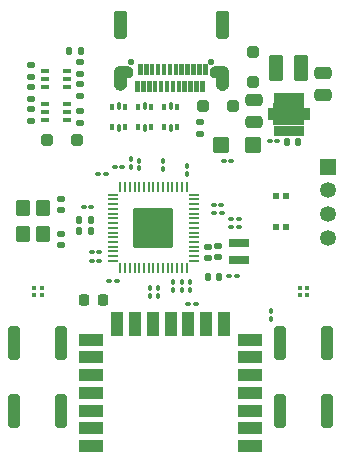
<source format=gbr>
%TF.GenerationSoftware,KiCad,Pcbnew,9.0.6-rc2*%
%TF.CreationDate,2026-01-29T22:58:21-08:00*%
%TF.ProjectId,hoja-dongle,686f6a61-2d64-46f6-9e67-6c652e6b6963,rev?*%
%TF.SameCoordinates,Original*%
%TF.FileFunction,Soldermask,Top*%
%TF.FilePolarity,Negative*%
%FSLAX46Y46*%
G04 Gerber Fmt 4.6, Leading zero omitted, Abs format (unit mm)*
G04 Created by KiCad (PCBNEW 9.0.6-rc2) date 2026-01-29 22:58:21*
%MOMM*%
%LPD*%
G01*
G04 APERTURE LIST*
G04 Aperture macros list*
%AMRoundRect*
0 Rectangle with rounded corners*
0 $1 Rounding radius*
0 $2 $3 $4 $5 $6 $7 $8 $9 X,Y pos of 4 corners*
0 Add a 4 corners polygon primitive as box body*
4,1,4,$2,$3,$4,$5,$6,$7,$8,$9,$2,$3,0*
0 Add four circle primitives for the rounded corners*
1,1,$1+$1,$2,$3*
1,1,$1+$1,$4,$5*
1,1,$1+$1,$6,$7*
1,1,$1+$1,$8,$9*
0 Add four rect primitives between the rounded corners*
20,1,$1+$1,$2,$3,$4,$5,0*
20,1,$1+$1,$4,$5,$6,$7,0*
20,1,$1+$1,$6,$7,$8,$9,0*
20,1,$1+$1,$8,$9,$2,$3,0*%
%AMFreePoly0*
4,1,18,-0.437500,0.050000,-0.433694,0.069134,-0.422855,0.085355,-0.406634,0.096194,-0.387500,0.100000,0.387500,0.100000,0.437500,0.050000,0.437500,-0.050000,0.433694,-0.069134,0.422855,-0.085355,0.406634,-0.096194,0.387500,-0.100000,-0.387500,-0.100000,-0.406634,-0.096194,-0.422855,-0.085355,-0.433694,-0.069134,-0.437500,-0.050000,-0.437500,0.050000,-0.437500,0.050000,$1*%
%AMFreePoly1*
4,1,18,-0.437500,0.050000,-0.433694,0.069134,-0.422855,0.085355,-0.406634,0.096194,-0.387500,0.100000,0.387500,0.100000,0.406634,0.096194,0.422855,0.085355,0.433694,0.069134,0.437500,0.050000,0.437500,-0.050000,0.387500,-0.100000,-0.387500,-0.100000,-0.406634,-0.096194,-0.422855,-0.085355,-0.433694,-0.069134,-0.437500,-0.050000,-0.437500,0.050000,-0.437500,0.050000,$1*%
%AMFreePoly2*
4,1,18,-0.100000,0.387500,-0.050000,0.437500,0.050000,0.437500,0.069134,0.433694,0.085355,0.422855,0.096194,0.406634,0.100000,0.387500,0.100000,-0.387500,0.096194,-0.406634,0.085355,-0.422855,0.069134,-0.433694,0.050000,-0.437500,-0.050000,-0.437500,-0.069134,-0.433694,-0.085355,-0.422855,-0.096194,-0.406634,-0.100000,-0.387500,-0.100000,0.387500,-0.100000,0.387500,$1*%
%AMFreePoly3*
4,1,18,-0.100000,0.387500,-0.096194,0.406634,-0.085355,0.422855,-0.069134,0.433694,-0.050000,0.437500,0.050000,0.437500,0.100000,0.387500,0.100000,-0.387500,0.096194,-0.406634,0.085355,-0.422855,0.069134,-0.433694,0.050000,-0.437500,-0.050000,-0.437500,-0.069134,-0.433694,-0.085355,-0.422855,-0.096194,-0.406634,-0.100000,-0.387500,-0.100000,0.387500,-0.100000,0.387500,$1*%
%AMFreePoly4*
4,1,18,-0.437500,0.050000,-0.433694,0.069134,-0.422855,0.085355,-0.406634,0.096194,-0.387500,0.100000,0.387500,0.100000,0.406634,0.096194,0.422855,0.085355,0.433694,0.069134,0.437500,0.050000,0.437500,-0.050000,0.433694,-0.069134,0.422855,-0.085355,0.406634,-0.096194,0.387500,-0.100000,-0.387500,-0.100000,-0.437500,-0.050000,-0.437500,0.050000,-0.437500,0.050000,$1*%
%AMFreePoly5*
4,1,18,-0.437500,0.050000,-0.387500,0.100000,0.387500,0.100000,0.406634,0.096194,0.422855,0.085355,0.433694,0.069134,0.437500,0.050000,0.437500,-0.050000,0.433694,-0.069134,0.422855,-0.085355,0.406634,-0.096194,0.387500,-0.100000,-0.387500,-0.100000,-0.406634,-0.096194,-0.422855,-0.085355,-0.433694,-0.069134,-0.437500,-0.050000,-0.437500,0.050000,-0.437500,0.050000,$1*%
%AMFreePoly6*
4,1,18,-0.100000,0.387500,-0.096194,0.406634,-0.085355,0.422855,-0.069134,0.433694,-0.050000,0.437500,0.050000,0.437500,0.069134,0.433694,0.085355,0.422855,0.096194,0.406634,0.100000,0.387500,0.100000,-0.387500,0.050000,-0.437500,-0.050000,-0.437500,-0.069134,-0.433694,-0.085355,-0.422855,-0.096194,-0.406634,-0.100000,-0.387500,-0.100000,0.387500,-0.100000,0.387500,$1*%
%AMFreePoly7*
4,1,18,-0.100000,0.387500,-0.096194,0.406634,-0.085355,0.422855,-0.069134,0.433694,-0.050000,0.437500,0.050000,0.437500,0.069134,0.433694,0.085355,0.422855,0.096194,0.406634,0.100000,0.387500,0.100000,-0.387500,0.096194,-0.406634,0.085355,-0.422855,0.069134,-0.433694,0.050000,-0.437500,-0.050000,-0.437500,-0.100000,-0.387500,-0.100000,0.387500,-0.100000,0.387500,$1*%
G04 Aperture macros list end*
%ADD10C,0.010000*%
%ADD11RoundRect,0.100000X0.130000X0.100000X-0.130000X0.100000X-0.130000X-0.100000X0.130000X-0.100000X0*%
%ADD12RoundRect,0.100000X0.100000X-0.130000X0.100000X0.130000X-0.100000X0.130000X-0.100000X-0.130000X0*%
%ADD13R,2.000000X1.000000*%
%ADD14R,1.000000X2.000000*%
%ADD15RoundRect,0.100000X-0.130000X-0.100000X0.130000X-0.100000X0.130000X0.100000X-0.130000X0.100000X0*%
%ADD16RoundRect,0.093750X-0.093750X0.156250X-0.093750X-0.156250X0.093750X-0.156250X0.093750X0.156250X0*%
%ADD17RoundRect,0.075000X-0.075000X0.250000X-0.075000X-0.250000X0.075000X-0.250000X0.075000X0.250000X0*%
%ADD18RoundRect,0.140000X0.140000X0.170000X-0.140000X0.170000X-0.140000X-0.170000X0.140000X-0.170000X0*%
%ADD19RoundRect,0.250000X0.250000X0.250000X-0.250000X0.250000X-0.250000X-0.250000X0.250000X-0.250000X0*%
%ADD20RoundRect,0.140000X-0.170000X0.140000X-0.170000X-0.140000X0.170000X-0.140000X0.170000X0.140000X0*%
%ADD21RoundRect,0.250000X-0.350000X0.450000X-0.350000X-0.450000X0.350000X-0.450000X0.350000X0.450000X0*%
%ADD22RoundRect,0.135000X-0.185000X0.135000X-0.185000X-0.135000X0.185000X-0.135000X0.185000X0.135000X0*%
%ADD23RoundRect,0.135000X-0.135000X-0.185000X0.135000X-0.185000X0.135000X0.185000X-0.135000X0.185000X0*%
%ADD24RoundRect,0.100000X-0.100000X0.130000X-0.100000X-0.130000X0.100000X-0.130000X0.100000X0.130000X0*%
%ADD25RoundRect,0.135000X0.185000X-0.135000X0.185000X0.135000X-0.185000X0.135000X-0.185000X-0.135000X0*%
%ADD26R,1.700000X0.700000*%
%ADD27RoundRect,0.250000X-0.457500X-0.445000X0.457500X-0.445000X0.457500X0.445000X-0.457500X0.445000X0*%
%ADD28R,0.370000X0.370000*%
%ADD29R,1.350000X1.350000*%
%ADD30C,1.350000*%
%ADD31RoundRect,0.250000X0.475000X-0.250000X0.475000X0.250000X-0.475000X0.250000X-0.475000X-0.250000X0*%
%ADD32FreePoly0,270.000000*%
%ADD33RoundRect,0.050000X-0.050000X0.387500X-0.050000X-0.387500X0.050000X-0.387500X0.050000X0.387500X0*%
%ADD34FreePoly1,270.000000*%
%ADD35FreePoly2,270.000000*%
%ADD36RoundRect,0.050000X-0.387500X0.050000X-0.387500X-0.050000X0.387500X-0.050000X0.387500X0.050000X0*%
%ADD37FreePoly3,270.000000*%
%ADD38FreePoly4,270.000000*%
%ADD39FreePoly5,270.000000*%
%ADD40FreePoly6,270.000000*%
%ADD41FreePoly7,270.000000*%
%ADD42RoundRect,0.153000X-1.547000X-1.547000X1.547000X-1.547000X1.547000X1.547000X-1.547000X1.547000X0*%
%ADD43RoundRect,0.135000X0.135000X0.185000X-0.135000X0.185000X-0.135000X-0.185000X0.135000X-0.185000X0*%
%ADD44RoundRect,0.100000X-0.225000X-0.100000X0.225000X-0.100000X0.225000X0.100000X-0.225000X0.100000X0*%
%ADD45RoundRect,0.250000X0.250000X-0.250000X0.250000X0.250000X-0.250000X0.250000X-0.250000X-0.250000X0*%
%ADD46RoundRect,0.250000X-0.375000X-0.850000X0.375000X-0.850000X0.375000X0.850000X-0.375000X0.850000X0*%
%ADD47RoundRect,0.150000X0.350000X-1.250000X0.350000X1.250000X-0.350000X1.250000X-0.350000X-1.250000X0*%
%ADD48RoundRect,0.150000X-0.350000X1.250000X-0.350000X-1.250000X0.350000X-1.250000X0.350000X1.250000X0*%
%ADD49C,0.550000*%
%ADD50RoundRect,0.218750X-0.218750X-0.256250X0.218750X-0.256250X0.218750X0.256250X-0.218750X0.256250X0*%
%ADD51RoundRect,0.140000X0.170000X-0.140000X0.170000X0.140000X-0.170000X0.140000X-0.170000X-0.140000X0*%
%ADD52R,0.500000X0.550000*%
%ADD53RoundRect,0.093750X0.093750X-0.156250X0.093750X0.156250X-0.093750X0.156250X-0.093750X-0.156250X0*%
%ADD54RoundRect,0.075000X0.075000X-0.250000X0.075000X0.250000X-0.075000X0.250000X-0.075000X-0.250000X0*%
G04 APERTURE END LIST*
D10*
%TO.C,J2*%
X112200000Y-33770000D02*
X111900000Y-33770000D01*
X111900000Y-32920000D01*
X112200000Y-32920000D01*
X112200000Y-33770000D01*
G36*
X112200000Y-33770000D02*
G01*
X111900000Y-33770000D01*
X111900000Y-32920000D01*
X112200000Y-32920000D01*
X112200000Y-33770000D01*
G37*
X112450000Y-32370000D02*
X112150000Y-32370000D01*
X112150000Y-31520000D01*
X112450000Y-31520000D01*
X112450000Y-32370000D01*
G36*
X112450000Y-32370000D02*
G01*
X112150000Y-32370000D01*
X112150000Y-31520000D01*
X112450000Y-31520000D01*
X112450000Y-32370000D01*
G37*
X112699999Y-33770000D02*
X112400000Y-33770000D01*
X112400000Y-32920000D01*
X112700000Y-32920000D01*
X112699999Y-33770000D01*
G36*
X112699999Y-33770000D02*
G01*
X112400000Y-33770000D01*
X112400000Y-32920000D01*
X112700000Y-32920000D01*
X112699999Y-33770000D01*
G37*
X112950001Y-32370000D02*
X112650001Y-32370000D01*
X112650000Y-31520000D01*
X112950000Y-31520000D01*
X112950001Y-32370000D01*
G36*
X112950001Y-32370000D02*
G01*
X112650001Y-32370000D01*
X112650000Y-31520000D01*
X112950000Y-31520000D01*
X112950001Y-32370000D01*
G37*
X113200000Y-33770000D02*
X112900000Y-33770000D01*
X112900000Y-32920000D01*
X113200000Y-32920000D01*
X113200000Y-33770000D01*
G36*
X113200000Y-33770000D02*
G01*
X112900000Y-33770000D01*
X112900000Y-32920000D01*
X113200000Y-32920000D01*
X113200000Y-33770000D01*
G37*
X113450000Y-32370000D02*
X113150000Y-32370000D01*
X113150000Y-31520000D01*
X113450000Y-31520000D01*
X113450000Y-32370000D01*
G36*
X113450000Y-32370000D02*
G01*
X113150000Y-32370000D01*
X113150000Y-31520000D01*
X113450000Y-31520000D01*
X113450000Y-32370000D01*
G37*
X113700000Y-33770000D02*
X113400000Y-33770000D01*
X113400000Y-32920000D01*
X113700000Y-32920000D01*
X113700000Y-33770000D01*
G36*
X113700000Y-33770000D02*
G01*
X113400000Y-33770000D01*
X113400000Y-32920000D01*
X113700000Y-32920000D01*
X113700000Y-33770000D01*
G37*
X113949999Y-32370000D02*
X113650000Y-32370000D01*
X113650000Y-31520000D01*
X113950000Y-31520000D01*
X113949999Y-32370000D01*
G36*
X113949999Y-32370000D02*
G01*
X113650000Y-32370000D01*
X113650000Y-31520000D01*
X113950000Y-31520000D01*
X113949999Y-32370000D01*
G37*
X114200001Y-33770000D02*
X113900000Y-33769999D01*
X113900000Y-32920000D01*
X114200000Y-32920000D01*
X114200001Y-33770000D01*
G36*
X114200001Y-33770000D02*
G01*
X113900000Y-33769999D01*
X113900000Y-32920000D01*
X114200000Y-32920000D01*
X114200001Y-33770000D01*
G37*
X114450000Y-32370000D02*
X114150000Y-32370000D01*
X114150000Y-31520000D01*
X114450000Y-31520000D01*
X114450000Y-32370000D01*
G36*
X114450000Y-32370000D02*
G01*
X114150000Y-32370000D01*
X114150000Y-31520000D01*
X114450000Y-31520000D01*
X114450000Y-32370000D01*
G37*
X114700000Y-33770000D02*
X114400000Y-33770000D01*
X114400000Y-32920000D01*
X114700000Y-32920000D01*
X114700000Y-33770000D01*
G36*
X114700000Y-33770000D02*
G01*
X114400000Y-33770000D01*
X114400000Y-32920000D01*
X114700000Y-32920000D01*
X114700000Y-33770000D01*
G37*
X114950000Y-32370000D02*
X114650000Y-32370000D01*
X114650000Y-31520000D01*
X114950000Y-31520000D01*
X114950000Y-32370000D01*
G36*
X114950000Y-32370000D02*
G01*
X114650000Y-32370000D01*
X114650000Y-31520000D01*
X114950000Y-31520000D01*
X114950000Y-32370000D01*
G37*
X115200000Y-33770000D02*
X114900000Y-33770000D01*
X114900000Y-32920000D01*
X115200000Y-32920000D01*
X115200000Y-33770000D01*
G36*
X115200000Y-33770000D02*
G01*
X114900000Y-33770000D01*
X114900000Y-32920000D01*
X115200000Y-32920000D01*
X115200000Y-33770000D01*
G37*
X115450000Y-32369999D02*
X115150000Y-32369999D01*
X115150000Y-31520000D01*
X115450000Y-31520000D01*
X115450000Y-32369999D01*
G36*
X115450000Y-32369999D02*
G01*
X115150000Y-32369999D01*
X115150000Y-31520000D01*
X115450000Y-31520000D01*
X115450000Y-32369999D01*
G37*
X115700000Y-33770000D02*
X115400000Y-33770000D01*
X115400000Y-32920000D01*
X115700000Y-32920000D01*
X115700000Y-33770000D01*
G36*
X115700000Y-33770000D02*
G01*
X115400000Y-33770000D01*
X115400000Y-32920000D01*
X115700000Y-32920000D01*
X115700000Y-33770000D01*
G37*
X115950000Y-32370000D02*
X115650000Y-32370000D01*
X115650000Y-31520000D01*
X115950000Y-31520000D01*
X115950000Y-32370000D01*
G36*
X115950000Y-32370000D02*
G01*
X115650000Y-32370000D01*
X115650000Y-31520000D01*
X115950000Y-31520000D01*
X115950000Y-32370000D01*
G37*
X116200000Y-33770000D02*
X115900000Y-33770000D01*
X115900000Y-32920000D01*
X116200000Y-32920000D01*
X116200000Y-33770000D01*
G36*
X116200000Y-33770000D02*
G01*
X115900000Y-33770000D01*
X115900000Y-32920000D01*
X116200000Y-32920000D01*
X116200000Y-33770000D01*
G37*
X116450000Y-32370000D02*
X116150000Y-32370000D01*
X116150000Y-31520000D01*
X116450000Y-31520000D01*
X116450000Y-32370000D01*
G36*
X116450000Y-32370000D02*
G01*
X116150000Y-32370000D01*
X116150000Y-31520000D01*
X116450000Y-31520000D01*
X116450000Y-32370000D01*
G37*
X116700000Y-33769999D02*
X116400000Y-33769999D01*
X116400000Y-32920000D01*
X116700000Y-32920000D01*
X116700000Y-33769999D01*
G36*
X116700000Y-33769999D02*
G01*
X116400000Y-33769999D01*
X116400000Y-32920000D01*
X116700000Y-32920000D01*
X116700000Y-33769999D01*
G37*
X116950000Y-32370000D02*
X116650000Y-32370000D01*
X116650000Y-31520000D01*
X116950000Y-31520000D01*
X116950000Y-32370000D01*
G36*
X116950000Y-32370000D02*
G01*
X116650000Y-32370000D01*
X116650000Y-31520000D01*
X116950000Y-31520000D01*
X116950000Y-32370000D01*
G37*
X117200000Y-33770000D02*
X116900000Y-33770000D01*
X116900000Y-32920000D01*
X117200000Y-32920000D01*
X117200000Y-33770000D01*
G36*
X117200000Y-33770000D02*
G01*
X116900000Y-33770000D01*
X116900000Y-32920000D01*
X117200000Y-32920000D01*
X117200000Y-33770000D01*
G37*
X117450000Y-32370000D02*
X117150000Y-32370000D01*
X117150000Y-31520000D01*
X117450000Y-31520000D01*
X117450000Y-32370000D01*
G36*
X117450000Y-32370000D02*
G01*
X117150000Y-32370000D01*
X117150000Y-31520000D01*
X117450000Y-31520000D01*
X117450000Y-32370000D01*
G37*
X117700000Y-33770000D02*
X117400000Y-33770000D01*
X117400000Y-32920000D01*
X117700000Y-32920000D01*
X117700000Y-33770000D01*
G36*
X117700000Y-33770000D02*
G01*
X117400000Y-33770000D01*
X117400000Y-32920000D01*
X117700000Y-32920000D01*
X117700000Y-33770000D01*
G37*
X117950000Y-32369999D02*
X117649999Y-32370000D01*
X117650000Y-31520000D01*
X117950000Y-31520000D01*
X117950000Y-32369999D01*
G36*
X117950000Y-32369999D02*
G01*
X117649999Y-32370000D01*
X117650000Y-31520000D01*
X117950000Y-31520000D01*
X117950000Y-32369999D01*
G37*
X110886000Y-26971000D02*
X110899000Y-26973000D01*
X110912000Y-26975000D01*
X110925000Y-26979000D01*
X110937000Y-26982000D01*
X110950000Y-26987000D01*
X110962000Y-26992000D01*
X110973000Y-26997000D01*
X110985000Y-27003000D01*
X110996000Y-27010001D01*
X111007001Y-27018000D01*
X111017000Y-27026000D01*
X111027000Y-27034000D01*
X111037000Y-27043000D01*
X111046000Y-27053000D01*
X111054000Y-27063000D01*
X111062000Y-27073000D01*
X111070000Y-27084000D01*
X111077000Y-27095000D01*
X111083000Y-27107000D01*
X111088000Y-27118000D01*
X111093000Y-27130000D01*
X111098000Y-27143000D01*
X111101000Y-27155000D01*
X111105000Y-27168000D01*
X111107000Y-27181000D01*
X111109000Y-27194000D01*
X111110000Y-27207000D01*
X111110000Y-27220000D01*
X111110000Y-29020000D01*
X111110000Y-29033001D01*
X111109000Y-29046000D01*
X111107000Y-29059000D01*
X111105000Y-29072000D01*
X111101000Y-29085000D01*
X111098000Y-29097000D01*
X111093000Y-29110000D01*
X111088000Y-29122000D01*
X111083000Y-29133000D01*
X111077000Y-29145000D01*
X111070000Y-29156000D01*
X111062000Y-29167000D01*
X111054000Y-29177000D01*
X111046000Y-29187000D01*
X111037000Y-29197000D01*
X111027000Y-29206000D01*
X111017000Y-29214000D01*
X111007000Y-29222000D01*
X110996000Y-29230000D01*
X110985000Y-29237000D01*
X110973000Y-29243001D01*
X110962000Y-29248000D01*
X110950000Y-29253000D01*
X110937000Y-29258000D01*
X110925000Y-29261000D01*
X110912000Y-29264999D01*
X110899000Y-29267000D01*
X110886000Y-29269000D01*
X110873000Y-29270000D01*
X110859999Y-29270000D01*
X110360000Y-29270000D01*
X110347001Y-29270000D01*
X110334000Y-29269000D01*
X110321000Y-29267000D01*
X110308000Y-29265000D01*
X110295000Y-29261000D01*
X110283000Y-29258000D01*
X110270000Y-29253001D01*
X110258001Y-29248000D01*
X110247000Y-29243000D01*
X110235000Y-29237000D01*
X110224000Y-29230000D01*
X110213000Y-29222000D01*
X110203000Y-29214000D01*
X110193000Y-29206000D01*
X110183000Y-29197000D01*
X110174000Y-29187000D01*
X110166000Y-29177000D01*
X110157999Y-29167000D01*
X110150000Y-29156000D01*
X110143000Y-29145000D01*
X110137000Y-29133000D01*
X110132000Y-29122000D01*
X110127000Y-29110000D01*
X110122000Y-29097000D01*
X110119000Y-29085000D01*
X110115000Y-29072000D01*
X110113000Y-29059000D01*
X110110999Y-29046000D01*
X110110000Y-29033000D01*
X110110000Y-29020000D01*
X110110000Y-27220000D01*
X110110000Y-27207000D01*
X110111000Y-27194000D01*
X110113001Y-27181000D01*
X110115000Y-27168000D01*
X110119000Y-27155000D01*
X110122000Y-27143000D01*
X110127001Y-27130000D01*
X110132000Y-27118000D01*
X110137000Y-27107000D01*
X110143000Y-27095000D01*
X110150000Y-27084000D01*
X110158000Y-27073000D01*
X110166000Y-27063000D01*
X110174000Y-27053000D01*
X110183000Y-27043000D01*
X110193000Y-27034000D01*
X110203000Y-27026000D01*
X110213000Y-27018000D01*
X110224000Y-27010000D01*
X110235000Y-27003000D01*
X110247000Y-26997000D01*
X110258000Y-26992000D01*
X110270000Y-26987000D01*
X110283000Y-26982000D01*
X110295000Y-26979000D01*
X110308000Y-26974999D01*
X110321000Y-26973000D01*
X110334000Y-26971000D01*
X110347000Y-26970000D01*
X110360000Y-26970000D01*
X110860000Y-26970000D01*
X110873000Y-26970000D01*
X110886000Y-26971000D01*
G36*
X110886000Y-26971000D02*
G01*
X110899000Y-26973000D01*
X110912000Y-26975000D01*
X110925000Y-26979000D01*
X110937000Y-26982000D01*
X110950000Y-26987000D01*
X110962000Y-26992000D01*
X110973000Y-26997000D01*
X110985000Y-27003000D01*
X110996000Y-27010001D01*
X111007001Y-27018000D01*
X111017000Y-27026000D01*
X111027000Y-27034000D01*
X111037000Y-27043000D01*
X111046000Y-27053000D01*
X111054000Y-27063000D01*
X111062000Y-27073000D01*
X111070000Y-27084000D01*
X111077000Y-27095000D01*
X111083000Y-27107000D01*
X111088000Y-27118000D01*
X111093000Y-27130000D01*
X111098000Y-27143000D01*
X111101000Y-27155000D01*
X111105000Y-27168000D01*
X111107000Y-27181000D01*
X111109000Y-27194000D01*
X111110000Y-27207000D01*
X111110000Y-27220000D01*
X111110000Y-29020000D01*
X111110000Y-29033001D01*
X111109000Y-29046000D01*
X111107000Y-29059000D01*
X111105000Y-29072000D01*
X111101000Y-29085000D01*
X111098000Y-29097000D01*
X111093000Y-29110000D01*
X111088000Y-29122000D01*
X111083000Y-29133000D01*
X111077000Y-29145000D01*
X111070000Y-29156000D01*
X111062000Y-29167000D01*
X111054000Y-29177000D01*
X111046000Y-29187000D01*
X111037000Y-29197000D01*
X111027000Y-29206000D01*
X111017000Y-29214000D01*
X111007000Y-29222000D01*
X110996000Y-29230000D01*
X110985000Y-29237000D01*
X110973000Y-29243001D01*
X110962000Y-29248000D01*
X110950000Y-29253000D01*
X110937000Y-29258000D01*
X110925000Y-29261000D01*
X110912000Y-29264999D01*
X110899000Y-29267000D01*
X110886000Y-29269000D01*
X110873000Y-29270000D01*
X110859999Y-29270000D01*
X110360000Y-29270000D01*
X110347001Y-29270000D01*
X110334000Y-29269000D01*
X110321000Y-29267000D01*
X110308000Y-29265000D01*
X110295000Y-29261000D01*
X110283000Y-29258000D01*
X110270000Y-29253001D01*
X110258001Y-29248000D01*
X110247000Y-29243000D01*
X110235000Y-29237000D01*
X110224000Y-29230000D01*
X110213000Y-29222000D01*
X110203000Y-29214000D01*
X110193000Y-29206000D01*
X110183000Y-29197000D01*
X110174000Y-29187000D01*
X110166000Y-29177000D01*
X110157999Y-29167000D01*
X110150000Y-29156000D01*
X110143000Y-29145000D01*
X110137000Y-29133000D01*
X110132000Y-29122000D01*
X110127000Y-29110000D01*
X110122000Y-29097000D01*
X110119000Y-29085000D01*
X110115000Y-29072000D01*
X110113000Y-29059000D01*
X110110999Y-29046000D01*
X110110000Y-29033000D01*
X110110000Y-29020000D01*
X110110000Y-27220000D01*
X110110000Y-27207000D01*
X110111000Y-27194000D01*
X110113001Y-27181000D01*
X110115000Y-27168000D01*
X110119000Y-27155000D01*
X110122000Y-27143000D01*
X110127001Y-27130000D01*
X110132000Y-27118000D01*
X110137000Y-27107000D01*
X110143000Y-27095000D01*
X110150000Y-27084000D01*
X110158000Y-27073000D01*
X110166000Y-27063000D01*
X110174000Y-27053000D01*
X110183000Y-27043000D01*
X110193000Y-27034000D01*
X110203000Y-27026000D01*
X110213000Y-27018000D01*
X110224000Y-27010000D01*
X110235000Y-27003000D01*
X110247000Y-26997000D01*
X110258000Y-26992000D01*
X110270000Y-26987000D01*
X110283000Y-26982000D01*
X110295000Y-26979000D01*
X110308000Y-26974999D01*
X110321000Y-26973000D01*
X110334000Y-26971000D01*
X110347000Y-26970000D01*
X110360000Y-26970000D01*
X110860000Y-26970000D01*
X110873000Y-26970000D01*
X110886000Y-26971000D01*
G37*
X119526000Y-26971000D02*
X119539000Y-26973000D01*
X119552000Y-26974999D01*
X119565000Y-26979000D01*
X119577000Y-26982000D01*
X119590000Y-26987000D01*
X119602000Y-26992000D01*
X119613000Y-26997000D01*
X119625000Y-27003000D01*
X119636000Y-27010000D01*
X119647000Y-27018000D01*
X119657000Y-27026000D01*
X119667000Y-27034000D01*
X119677000Y-27043000D01*
X119686000Y-27053000D01*
X119694000Y-27063000D01*
X119702000Y-27073000D01*
X119710000Y-27084000D01*
X119717000Y-27095000D01*
X119723000Y-27107000D01*
X119728000Y-27118000D01*
X119732999Y-27130000D01*
X119738000Y-27143000D01*
X119741000Y-27155000D01*
X119745000Y-27168000D01*
X119746999Y-27181000D01*
X119749000Y-27194000D01*
X119750000Y-27207000D01*
X119750000Y-27220000D01*
X119750000Y-29020000D01*
X119750000Y-29033000D01*
X119749001Y-29046000D01*
X119747000Y-29059000D01*
X119745000Y-29072000D01*
X119741000Y-29085000D01*
X119738000Y-29097000D01*
X119733000Y-29110000D01*
X119728000Y-29122000D01*
X119723000Y-29133000D01*
X119717000Y-29145000D01*
X119710000Y-29156000D01*
X119702001Y-29167000D01*
X119694000Y-29177000D01*
X119686000Y-29187000D01*
X119677000Y-29197000D01*
X119667000Y-29206000D01*
X119657000Y-29214000D01*
X119647000Y-29222000D01*
X119636000Y-29230000D01*
X119625000Y-29237000D01*
X119613000Y-29243000D01*
X119601999Y-29248000D01*
X119590000Y-29253001D01*
X119577000Y-29258000D01*
X119565000Y-29261000D01*
X119552000Y-29265000D01*
X119539000Y-29267000D01*
X119526000Y-29269000D01*
X119512999Y-29270000D01*
X119500000Y-29270000D01*
X119000001Y-29270000D01*
X118987000Y-29270000D01*
X118974000Y-29269000D01*
X118961000Y-29267000D01*
X118948000Y-29264999D01*
X118935000Y-29261000D01*
X118923000Y-29258000D01*
X118910000Y-29253000D01*
X118898000Y-29248000D01*
X118887000Y-29243001D01*
X118875000Y-29237000D01*
X118864000Y-29230000D01*
X118853000Y-29222000D01*
X118843000Y-29214000D01*
X118833000Y-29206000D01*
X118823000Y-29197000D01*
X118814000Y-29187000D01*
X118806000Y-29177000D01*
X118798000Y-29167000D01*
X118790000Y-29156000D01*
X118783000Y-29145000D01*
X118777000Y-29133000D01*
X118772000Y-29122000D01*
X118767000Y-29110000D01*
X118762000Y-29097000D01*
X118759000Y-29085000D01*
X118755000Y-29072000D01*
X118753000Y-29059000D01*
X118751000Y-29046000D01*
X118750000Y-29033001D01*
X118750000Y-29020000D01*
X118750000Y-27220000D01*
X118750000Y-27207000D01*
X118751000Y-27194000D01*
X118753000Y-27181000D01*
X118755000Y-27168000D01*
X118759000Y-27155000D01*
X118762000Y-27143000D01*
X118767000Y-27130000D01*
X118772000Y-27118000D01*
X118777000Y-27107000D01*
X118783000Y-27095000D01*
X118790000Y-27084000D01*
X118798000Y-27073000D01*
X118806000Y-27063000D01*
X118814000Y-27053000D01*
X118823000Y-27043000D01*
X118833000Y-27034000D01*
X118843000Y-27026000D01*
X118852999Y-27018000D01*
X118864000Y-27010001D01*
X118875000Y-27003000D01*
X118887000Y-26997000D01*
X118898000Y-26992000D01*
X118910000Y-26987000D01*
X118923000Y-26982000D01*
X118935000Y-26979000D01*
X118948000Y-26975000D01*
X118961000Y-26973000D01*
X118974000Y-26971000D01*
X118987000Y-26970000D01*
X119000000Y-26970000D01*
X119500000Y-26970000D01*
X119513000Y-26970000D01*
X119526000Y-26971000D01*
G36*
X119526000Y-26971000D02*
G01*
X119539000Y-26973000D01*
X119552000Y-26974999D01*
X119565000Y-26979000D01*
X119577000Y-26982000D01*
X119590000Y-26987000D01*
X119602000Y-26992000D01*
X119613000Y-26997000D01*
X119625000Y-27003000D01*
X119636000Y-27010000D01*
X119647000Y-27018000D01*
X119657000Y-27026000D01*
X119667000Y-27034000D01*
X119677000Y-27043000D01*
X119686000Y-27053000D01*
X119694000Y-27063000D01*
X119702000Y-27073000D01*
X119710000Y-27084000D01*
X119717000Y-27095000D01*
X119723000Y-27107000D01*
X119728000Y-27118000D01*
X119732999Y-27130000D01*
X119738000Y-27143000D01*
X119741000Y-27155000D01*
X119745000Y-27168000D01*
X119746999Y-27181000D01*
X119749000Y-27194000D01*
X119750000Y-27207000D01*
X119750000Y-27220000D01*
X119750000Y-29020000D01*
X119750000Y-29033000D01*
X119749001Y-29046000D01*
X119747000Y-29059000D01*
X119745000Y-29072000D01*
X119741000Y-29085000D01*
X119738000Y-29097000D01*
X119733000Y-29110000D01*
X119728000Y-29122000D01*
X119723000Y-29133000D01*
X119717000Y-29145000D01*
X119710000Y-29156000D01*
X119702001Y-29167000D01*
X119694000Y-29177000D01*
X119686000Y-29187000D01*
X119677000Y-29197000D01*
X119667000Y-29206000D01*
X119657000Y-29214000D01*
X119647000Y-29222000D01*
X119636000Y-29230000D01*
X119625000Y-29237000D01*
X119613000Y-29243000D01*
X119601999Y-29248000D01*
X119590000Y-29253001D01*
X119577000Y-29258000D01*
X119565000Y-29261000D01*
X119552000Y-29265000D01*
X119539000Y-29267000D01*
X119526000Y-29269000D01*
X119512999Y-29270000D01*
X119500000Y-29270000D01*
X119000001Y-29270000D01*
X118987000Y-29270000D01*
X118974000Y-29269000D01*
X118961000Y-29267000D01*
X118948000Y-29264999D01*
X118935000Y-29261000D01*
X118923000Y-29258000D01*
X118910000Y-29253000D01*
X118898000Y-29248000D01*
X118887000Y-29243001D01*
X118875000Y-29237000D01*
X118864000Y-29230000D01*
X118853000Y-29222000D01*
X118843000Y-29214000D01*
X118833000Y-29206000D01*
X118823000Y-29197000D01*
X118814000Y-29187000D01*
X118806000Y-29177000D01*
X118798000Y-29167000D01*
X118790000Y-29156000D01*
X118783000Y-29145000D01*
X118777000Y-29133000D01*
X118772000Y-29122000D01*
X118767000Y-29110000D01*
X118762000Y-29097000D01*
X118759000Y-29085000D01*
X118755000Y-29072000D01*
X118753000Y-29059000D01*
X118751000Y-29046000D01*
X118750000Y-29033001D01*
X118750000Y-29020000D01*
X118750000Y-27220000D01*
X118750000Y-27207000D01*
X118751000Y-27194000D01*
X118753000Y-27181000D01*
X118755000Y-27168000D01*
X118759000Y-27155000D01*
X118762000Y-27143000D01*
X118767000Y-27130000D01*
X118772000Y-27118000D01*
X118777000Y-27107000D01*
X118783000Y-27095000D01*
X118790000Y-27084000D01*
X118798000Y-27073000D01*
X118806000Y-27063000D01*
X118814000Y-27053000D01*
X118823000Y-27043000D01*
X118833000Y-27034000D01*
X118843000Y-27026000D01*
X118852999Y-27018000D01*
X118864000Y-27010001D01*
X118875000Y-27003000D01*
X118887000Y-26997000D01*
X118898000Y-26992000D01*
X118910000Y-26987000D01*
X118923000Y-26982000D01*
X118935000Y-26979000D01*
X118948000Y-26975000D01*
X118961000Y-26973000D01*
X118974000Y-26971000D01*
X118987000Y-26970000D01*
X119000000Y-26970000D01*
X119500000Y-26970000D01*
X119513000Y-26970000D01*
X119526000Y-26971000D01*
G37*
X111176000Y-31671000D02*
X111201999Y-31673000D01*
X111228000Y-31676000D01*
X111254000Y-31681000D01*
X111279000Y-31687000D01*
X111305000Y-31694000D01*
X111329000Y-31703000D01*
X111353000Y-31713000D01*
X111377001Y-31724000D01*
X111400000Y-31736999D01*
X111422000Y-31750999D01*
X111444000Y-31765000D01*
X111465000Y-31781000D01*
X111485000Y-31798000D01*
X111504000Y-31816000D01*
X111522000Y-31835000D01*
X111539000Y-31855000D01*
X111555000Y-31876000D01*
X111569001Y-31898000D01*
X111583001Y-31920000D01*
X111596000Y-31942999D01*
X111607000Y-31967000D01*
X111617000Y-31991000D01*
X111626000Y-32015000D01*
X111633000Y-32041000D01*
X111639000Y-32066000D01*
X111644000Y-32092000D01*
X111646999Y-32118000D01*
X111649000Y-32144000D01*
X111650000Y-32170000D01*
X111649000Y-32197000D01*
X111646999Y-32220000D01*
X111643000Y-32244001D01*
X111638000Y-32266999D01*
X111632000Y-32290000D01*
X111625000Y-32313000D01*
X111617000Y-32335000D01*
X111607000Y-32357000D01*
X111597000Y-32379000D01*
X111585000Y-32399000D01*
X111572000Y-32419000D01*
X111558000Y-32439000D01*
X111544000Y-32457000D01*
X111528000Y-32475000D01*
X111511000Y-32492000D01*
X111494000Y-32508000D01*
X111475000Y-32523999D01*
X111456000Y-32538000D01*
X111436000Y-32551000D01*
X111416000Y-32563000D01*
X111394000Y-32574000D01*
X111373000Y-32584000D01*
X111351000Y-32593000D01*
X111328000Y-32600000D01*
X111305000Y-32607000D01*
X111282000Y-32612000D01*
X111258000Y-32616000D01*
X111235000Y-32618000D01*
X111211000Y-32620000D01*
X111190000Y-32620000D01*
X111150000Y-32620000D01*
X111148000Y-32620000D01*
X111146000Y-32620000D01*
X111144000Y-32620000D01*
X111142000Y-32621000D01*
X111140000Y-32621000D01*
X111138000Y-32622000D01*
X111136000Y-32623000D01*
X111134000Y-32623000D01*
X111132000Y-32624001D01*
X111130000Y-32625000D01*
X111128000Y-32626000D01*
X111126000Y-32628000D01*
X111125000Y-32629000D01*
X111123000Y-32630000D01*
X111121999Y-32632000D01*
X111120000Y-32633000D01*
X111119000Y-32635000D01*
X111118000Y-32635999D01*
X111116000Y-32638000D01*
X111115000Y-32640000D01*
X111114001Y-32642000D01*
X111113000Y-32644000D01*
X111113000Y-32646000D01*
X111112000Y-32648000D01*
X111111000Y-32650000D01*
X111111000Y-32652000D01*
X111110000Y-32654000D01*
X111110001Y-32656000D01*
X111110000Y-32658000D01*
X111110000Y-32660000D01*
X111110000Y-33160000D01*
X111109000Y-33186000D01*
X111107000Y-33212000D01*
X111104000Y-33238000D01*
X111098999Y-33264000D01*
X111093000Y-33289000D01*
X111086000Y-33314999D01*
X111077000Y-33339000D01*
X111067001Y-33363000D01*
X111056000Y-33387000D01*
X111043000Y-33410000D01*
X111029000Y-33432000D01*
X111015000Y-33454000D01*
X110999000Y-33475000D01*
X110982000Y-33495001D01*
X110964000Y-33514001D01*
X110945000Y-33532001D01*
X110925000Y-33549000D01*
X110904001Y-33565000D01*
X110882000Y-33579000D01*
X110860000Y-33593000D01*
X110837000Y-33606000D01*
X110813000Y-33617001D01*
X110789000Y-33627000D01*
X110765000Y-33636000D01*
X110739000Y-33642999D01*
X110714000Y-33649000D01*
X110688000Y-33654000D01*
X110662000Y-33657000D01*
X110636000Y-33659000D01*
X110610000Y-33660000D01*
X110584000Y-33659001D01*
X110558000Y-33657000D01*
X110531999Y-33654000D01*
X110506000Y-33649000D01*
X110481000Y-33643000D01*
X110455000Y-33636000D01*
X110431000Y-33627000D01*
X110407000Y-33617000D01*
X110383000Y-33605999D01*
X110360000Y-33593001D01*
X110338000Y-33579000D01*
X110316000Y-33565000D01*
X110295000Y-33549000D01*
X110275000Y-33532000D01*
X110256000Y-33514000D01*
X110238000Y-33495000D01*
X110221000Y-33475000D01*
X110205000Y-33454000D01*
X110191000Y-33431999D01*
X110176999Y-33410000D01*
X110164001Y-33387000D01*
X110153000Y-33363000D01*
X110143000Y-33339000D01*
X110134000Y-33315000D01*
X110127000Y-33289000D01*
X110121000Y-33264000D01*
X110116000Y-33238000D01*
X110113001Y-33212000D01*
X110111000Y-33186001D01*
X110110000Y-33160000D01*
X110110000Y-32170000D01*
X110111000Y-32144000D01*
X110113001Y-32118000D01*
X110116000Y-32092000D01*
X110121000Y-32066000D01*
X110127000Y-32041000D01*
X110134000Y-32015000D01*
X110143000Y-31991000D01*
X110153000Y-31967000D01*
X110164000Y-31942999D01*
X110177000Y-31919999D01*
X110191000Y-31898001D01*
X110205000Y-31876000D01*
X110221000Y-31855000D01*
X110238000Y-31835000D01*
X110256000Y-31816000D01*
X110275000Y-31798000D01*
X110295000Y-31781000D01*
X110316000Y-31765000D01*
X110338000Y-31751000D01*
X110360000Y-31736999D01*
X110382999Y-31724000D01*
X110407000Y-31713000D01*
X110431000Y-31703000D01*
X110455000Y-31694000D01*
X110481000Y-31687000D01*
X110506000Y-31681000D01*
X110532000Y-31675999D01*
X110558000Y-31673000D01*
X110584000Y-31671000D01*
X110610000Y-31670000D01*
X111150000Y-31670000D01*
X111176000Y-31671000D01*
G36*
X111176000Y-31671000D02*
G01*
X111201999Y-31673000D01*
X111228000Y-31676000D01*
X111254000Y-31681000D01*
X111279000Y-31687000D01*
X111305000Y-31694000D01*
X111329000Y-31703000D01*
X111353000Y-31713000D01*
X111377001Y-31724000D01*
X111400000Y-31736999D01*
X111422000Y-31750999D01*
X111444000Y-31765000D01*
X111465000Y-31781000D01*
X111485000Y-31798000D01*
X111504000Y-31816000D01*
X111522000Y-31835000D01*
X111539000Y-31855000D01*
X111555000Y-31876000D01*
X111569001Y-31898000D01*
X111583001Y-31920000D01*
X111596000Y-31942999D01*
X111607000Y-31967000D01*
X111617000Y-31991000D01*
X111626000Y-32015000D01*
X111633000Y-32041000D01*
X111639000Y-32066000D01*
X111644000Y-32092000D01*
X111646999Y-32118000D01*
X111649000Y-32144000D01*
X111650000Y-32170000D01*
X111649000Y-32197000D01*
X111646999Y-32220000D01*
X111643000Y-32244001D01*
X111638000Y-32266999D01*
X111632000Y-32290000D01*
X111625000Y-32313000D01*
X111617000Y-32335000D01*
X111607000Y-32357000D01*
X111597000Y-32379000D01*
X111585000Y-32399000D01*
X111572000Y-32419000D01*
X111558000Y-32439000D01*
X111544000Y-32457000D01*
X111528000Y-32475000D01*
X111511000Y-32492000D01*
X111494000Y-32508000D01*
X111475000Y-32523999D01*
X111456000Y-32538000D01*
X111436000Y-32551000D01*
X111416000Y-32563000D01*
X111394000Y-32574000D01*
X111373000Y-32584000D01*
X111351000Y-32593000D01*
X111328000Y-32600000D01*
X111305000Y-32607000D01*
X111282000Y-32612000D01*
X111258000Y-32616000D01*
X111235000Y-32618000D01*
X111211000Y-32620000D01*
X111190000Y-32620000D01*
X111150000Y-32620000D01*
X111148000Y-32620000D01*
X111146000Y-32620000D01*
X111144000Y-32620000D01*
X111142000Y-32621000D01*
X111140000Y-32621000D01*
X111138000Y-32622000D01*
X111136000Y-32623000D01*
X111134000Y-32623000D01*
X111132000Y-32624001D01*
X111130000Y-32625000D01*
X111128000Y-32626000D01*
X111126000Y-32628000D01*
X111125000Y-32629000D01*
X111123000Y-32630000D01*
X111121999Y-32632000D01*
X111120000Y-32633000D01*
X111119000Y-32635000D01*
X111118000Y-32635999D01*
X111116000Y-32638000D01*
X111115000Y-32640000D01*
X111114001Y-32642000D01*
X111113000Y-32644000D01*
X111113000Y-32646000D01*
X111112000Y-32648000D01*
X111111000Y-32650000D01*
X111111000Y-32652000D01*
X111110000Y-32654000D01*
X111110001Y-32656000D01*
X111110000Y-32658000D01*
X111110000Y-32660000D01*
X111110000Y-33160000D01*
X111109000Y-33186000D01*
X111107000Y-33212000D01*
X111104000Y-33238000D01*
X111098999Y-33264000D01*
X111093000Y-33289000D01*
X111086000Y-33314999D01*
X111077000Y-33339000D01*
X111067001Y-33363000D01*
X111056000Y-33387000D01*
X111043000Y-33410000D01*
X111029000Y-33432000D01*
X111015000Y-33454000D01*
X110999000Y-33475000D01*
X110982000Y-33495001D01*
X110964000Y-33514001D01*
X110945000Y-33532001D01*
X110925000Y-33549000D01*
X110904001Y-33565000D01*
X110882000Y-33579000D01*
X110860000Y-33593000D01*
X110837000Y-33606000D01*
X110813000Y-33617001D01*
X110789000Y-33627000D01*
X110765000Y-33636000D01*
X110739000Y-33642999D01*
X110714000Y-33649000D01*
X110688000Y-33654000D01*
X110662000Y-33657000D01*
X110636000Y-33659000D01*
X110610000Y-33660000D01*
X110584000Y-33659001D01*
X110558000Y-33657000D01*
X110531999Y-33654000D01*
X110506000Y-33649000D01*
X110481000Y-33643000D01*
X110455000Y-33636000D01*
X110431000Y-33627000D01*
X110407000Y-33617000D01*
X110383000Y-33605999D01*
X110360000Y-33593001D01*
X110338000Y-33579000D01*
X110316000Y-33565000D01*
X110295000Y-33549000D01*
X110275000Y-33532000D01*
X110256000Y-33514000D01*
X110238000Y-33495000D01*
X110221000Y-33475000D01*
X110205000Y-33454000D01*
X110191000Y-33431999D01*
X110176999Y-33410000D01*
X110164001Y-33387000D01*
X110153000Y-33363000D01*
X110143000Y-33339000D01*
X110134000Y-33315000D01*
X110127000Y-33289000D01*
X110121000Y-33264000D01*
X110116000Y-33238000D01*
X110113001Y-33212000D01*
X110111000Y-33186001D01*
X110110000Y-33160000D01*
X110110000Y-32170000D01*
X110111000Y-32144000D01*
X110113001Y-32118000D01*
X110116000Y-32092000D01*
X110121000Y-32066000D01*
X110127000Y-32041000D01*
X110134000Y-32015000D01*
X110143000Y-31991000D01*
X110153000Y-31967000D01*
X110164000Y-31942999D01*
X110177000Y-31919999D01*
X110191000Y-31898001D01*
X110205000Y-31876000D01*
X110221000Y-31855000D01*
X110238000Y-31835000D01*
X110256000Y-31816000D01*
X110275000Y-31798000D01*
X110295000Y-31781000D01*
X110316000Y-31765000D01*
X110338000Y-31751000D01*
X110360000Y-31736999D01*
X110382999Y-31724000D01*
X110407000Y-31713000D01*
X110431000Y-31703000D01*
X110455000Y-31694000D01*
X110481000Y-31687000D01*
X110506000Y-31681000D01*
X110532000Y-31675999D01*
X110558000Y-31673000D01*
X110584000Y-31671000D01*
X110610000Y-31670000D01*
X111150000Y-31670000D01*
X111176000Y-31671000D01*
G37*
X119276000Y-31671000D02*
X119302000Y-31673000D01*
X119328000Y-31675999D01*
X119354000Y-31681000D01*
X119379000Y-31687000D01*
X119405000Y-31694000D01*
X119429000Y-31703000D01*
X119453000Y-31713000D01*
X119477001Y-31724000D01*
X119500000Y-31736999D01*
X119522000Y-31751000D01*
X119544000Y-31765000D01*
X119565000Y-31781000D01*
X119585000Y-31798000D01*
X119604000Y-31816000D01*
X119622000Y-31835000D01*
X119639000Y-31855000D01*
X119655000Y-31876000D01*
X119669000Y-31898001D01*
X119683000Y-31919999D01*
X119696000Y-31942999D01*
X119707000Y-31967000D01*
X119717000Y-31991000D01*
X119726000Y-32015000D01*
X119733000Y-32041000D01*
X119739000Y-32066000D01*
X119744000Y-32092000D01*
X119746999Y-32118000D01*
X119749000Y-32144000D01*
X119750000Y-32170000D01*
X119750000Y-32670000D01*
X119750000Y-33170000D01*
X119749000Y-33196000D01*
X119746999Y-33222000D01*
X119744000Y-33248000D01*
X119739000Y-33274000D01*
X119733000Y-33299000D01*
X119726000Y-33325000D01*
X119717000Y-33349000D01*
X119707000Y-33373000D01*
X119696000Y-33397001D01*
X119683000Y-33420001D01*
X119669000Y-33441999D01*
X119655000Y-33464000D01*
X119639000Y-33485000D01*
X119622000Y-33505000D01*
X119604000Y-33524000D01*
X119585000Y-33542000D01*
X119565000Y-33559000D01*
X119544000Y-33575000D01*
X119522000Y-33589000D01*
X119500000Y-33603001D01*
X119477001Y-33616000D01*
X119453000Y-33627000D01*
X119429000Y-33637000D01*
X119405000Y-33646000D01*
X119379000Y-33653000D01*
X119354000Y-33659000D01*
X119328000Y-33664001D01*
X119302000Y-33667000D01*
X119276000Y-33669000D01*
X119250000Y-33670000D01*
X119224000Y-33669000D01*
X119198000Y-33667000D01*
X119172000Y-33664000D01*
X119146000Y-33659000D01*
X119121000Y-33652999D01*
X119095000Y-33646000D01*
X119071000Y-33637000D01*
X119047000Y-33627000D01*
X119023000Y-33616000D01*
X119000000Y-33603000D01*
X118978000Y-33589000D01*
X118956000Y-33575001D01*
X118935000Y-33559000D01*
X118915000Y-33542001D01*
X118896000Y-33524000D01*
X118878000Y-33505000D01*
X118861000Y-33485000D01*
X118845000Y-33464000D01*
X118831000Y-33442000D01*
X118817000Y-33420000D01*
X118804000Y-33397000D01*
X118793000Y-33373001D01*
X118783000Y-33349000D01*
X118774000Y-33324999D01*
X118767000Y-33299000D01*
X118761001Y-33274000D01*
X118756000Y-33248000D01*
X118753000Y-33222000D01*
X118751000Y-33196000D01*
X118750000Y-33169999D01*
X118750000Y-32670000D01*
X118750000Y-32668000D01*
X118749999Y-32666000D01*
X118750000Y-32663999D01*
X118749000Y-32662000D01*
X118749000Y-32660000D01*
X118748000Y-32658000D01*
X118747000Y-32656000D01*
X118747000Y-32654000D01*
X118746000Y-32652001D01*
X118745000Y-32649999D01*
X118744000Y-32648000D01*
X118742000Y-32645999D01*
X118741000Y-32645000D01*
X118740000Y-32643000D01*
X118738001Y-32642000D01*
X118737000Y-32640000D01*
X118735000Y-32639000D01*
X118734000Y-32638000D01*
X118732000Y-32635999D01*
X118730000Y-32635000D01*
X118728000Y-32634000D01*
X118726000Y-32633000D01*
X118724000Y-32633000D01*
X118722000Y-32632000D01*
X118720000Y-32631000D01*
X118718000Y-32631000D01*
X118716000Y-32630000D01*
X118714000Y-32630000D01*
X118712000Y-32630000D01*
X118710000Y-32630000D01*
X118670000Y-32630000D01*
X118646000Y-32629000D01*
X118622000Y-32627000D01*
X118598000Y-32624000D01*
X118574000Y-32620000D01*
X118551000Y-32614000D01*
X118528000Y-32607000D01*
X118505000Y-32599000D01*
X118483000Y-32590000D01*
X118461000Y-32579999D01*
X118440000Y-32568000D01*
X118419000Y-32556000D01*
X118400000Y-32542000D01*
X118381000Y-32527000D01*
X118362000Y-32512001D01*
X118345000Y-32495000D01*
X118328000Y-32478000D01*
X118313000Y-32459000D01*
X118298000Y-32440000D01*
X118284001Y-32421000D01*
X118272000Y-32400000D01*
X118260001Y-32379000D01*
X118250000Y-32357000D01*
X118241000Y-32335000D01*
X118233000Y-32312000D01*
X118226000Y-32289000D01*
X118220000Y-32266000D01*
X118216000Y-32242000D01*
X118213000Y-32218000D01*
X118211000Y-32194000D01*
X118210000Y-32170000D01*
X118211000Y-32144000D01*
X118213001Y-32118000D01*
X118216000Y-32092000D01*
X118221000Y-32066000D01*
X118227000Y-32041000D01*
X118234000Y-32015000D01*
X118243000Y-31991000D01*
X118253000Y-31967000D01*
X118264000Y-31942999D01*
X118276999Y-31920000D01*
X118290999Y-31898000D01*
X118305000Y-31876000D01*
X118321000Y-31855000D01*
X118338000Y-31835000D01*
X118356000Y-31816000D01*
X118375000Y-31798000D01*
X118395000Y-31781000D01*
X118416000Y-31765000D01*
X118438000Y-31750999D01*
X118460000Y-31736999D01*
X118482999Y-31724000D01*
X118507000Y-31713000D01*
X118531000Y-31703000D01*
X118555000Y-31694000D01*
X118581000Y-31687000D01*
X118606000Y-31681000D01*
X118632000Y-31676000D01*
X118658001Y-31673000D01*
X118684000Y-31671000D01*
X118710000Y-31670000D01*
X119250000Y-31670000D01*
X119276000Y-31671000D01*
G36*
X119276000Y-31671000D02*
G01*
X119302000Y-31673000D01*
X119328000Y-31675999D01*
X119354000Y-31681000D01*
X119379000Y-31687000D01*
X119405000Y-31694000D01*
X119429000Y-31703000D01*
X119453000Y-31713000D01*
X119477001Y-31724000D01*
X119500000Y-31736999D01*
X119522000Y-31751000D01*
X119544000Y-31765000D01*
X119565000Y-31781000D01*
X119585000Y-31798000D01*
X119604000Y-31816000D01*
X119622000Y-31835000D01*
X119639000Y-31855000D01*
X119655000Y-31876000D01*
X119669000Y-31898001D01*
X119683000Y-31919999D01*
X119696000Y-31942999D01*
X119707000Y-31967000D01*
X119717000Y-31991000D01*
X119726000Y-32015000D01*
X119733000Y-32041000D01*
X119739000Y-32066000D01*
X119744000Y-32092000D01*
X119746999Y-32118000D01*
X119749000Y-32144000D01*
X119750000Y-32170000D01*
X119750000Y-32670000D01*
X119750000Y-33170000D01*
X119749000Y-33196000D01*
X119746999Y-33222000D01*
X119744000Y-33248000D01*
X119739000Y-33274000D01*
X119733000Y-33299000D01*
X119726000Y-33325000D01*
X119717000Y-33349000D01*
X119707000Y-33373000D01*
X119696000Y-33397001D01*
X119683000Y-33420001D01*
X119669000Y-33441999D01*
X119655000Y-33464000D01*
X119639000Y-33485000D01*
X119622000Y-33505000D01*
X119604000Y-33524000D01*
X119585000Y-33542000D01*
X119565000Y-33559000D01*
X119544000Y-33575000D01*
X119522000Y-33589000D01*
X119500000Y-33603001D01*
X119477001Y-33616000D01*
X119453000Y-33627000D01*
X119429000Y-33637000D01*
X119405000Y-33646000D01*
X119379000Y-33653000D01*
X119354000Y-33659000D01*
X119328000Y-33664001D01*
X119302000Y-33667000D01*
X119276000Y-33669000D01*
X119250000Y-33670000D01*
X119224000Y-33669000D01*
X119198000Y-33667000D01*
X119172000Y-33664000D01*
X119146000Y-33659000D01*
X119121000Y-33652999D01*
X119095000Y-33646000D01*
X119071000Y-33637000D01*
X119047000Y-33627000D01*
X119023000Y-33616000D01*
X119000000Y-33603000D01*
X118978000Y-33589000D01*
X118956000Y-33575001D01*
X118935000Y-33559000D01*
X118915000Y-33542001D01*
X118896000Y-33524000D01*
X118878000Y-33505000D01*
X118861000Y-33485000D01*
X118845000Y-33464000D01*
X118831000Y-33442000D01*
X118817000Y-33420000D01*
X118804000Y-33397000D01*
X118793000Y-33373001D01*
X118783000Y-33349000D01*
X118774000Y-33324999D01*
X118767000Y-33299000D01*
X118761001Y-33274000D01*
X118756000Y-33248000D01*
X118753000Y-33222000D01*
X118751000Y-33196000D01*
X118750000Y-33169999D01*
X118750000Y-32670000D01*
X118750000Y-32668000D01*
X118749999Y-32666000D01*
X118750000Y-32663999D01*
X118749000Y-32662000D01*
X118749000Y-32660000D01*
X118748000Y-32658000D01*
X118747000Y-32656000D01*
X118747000Y-32654000D01*
X118746000Y-32652001D01*
X118745000Y-32649999D01*
X118744000Y-32648000D01*
X118742000Y-32645999D01*
X118741000Y-32645000D01*
X118740000Y-32643000D01*
X118738001Y-32642000D01*
X118737000Y-32640000D01*
X118735000Y-32639000D01*
X118734000Y-32638000D01*
X118732000Y-32635999D01*
X118730000Y-32635000D01*
X118728000Y-32634000D01*
X118726000Y-32633000D01*
X118724000Y-32633000D01*
X118722000Y-32632000D01*
X118720000Y-32631000D01*
X118718000Y-32631000D01*
X118716000Y-32630000D01*
X118714000Y-32630000D01*
X118712000Y-32630000D01*
X118710000Y-32630000D01*
X118670000Y-32630000D01*
X118646000Y-32629000D01*
X118622000Y-32627000D01*
X118598000Y-32624000D01*
X118574000Y-32620000D01*
X118551000Y-32614000D01*
X118528000Y-32607000D01*
X118505000Y-32599000D01*
X118483000Y-32590000D01*
X118461000Y-32579999D01*
X118440000Y-32568000D01*
X118419000Y-32556000D01*
X118400000Y-32542000D01*
X118381000Y-32527000D01*
X118362000Y-32512001D01*
X118345000Y-32495000D01*
X118328000Y-32478000D01*
X118313000Y-32459000D01*
X118298000Y-32440000D01*
X118284001Y-32421000D01*
X118272000Y-32400000D01*
X118260001Y-32379000D01*
X118250000Y-32357000D01*
X118241000Y-32335000D01*
X118233000Y-32312000D01*
X118226000Y-32289000D01*
X118220000Y-32266000D01*
X118216000Y-32242000D01*
X118213000Y-32218000D01*
X118211000Y-32194000D01*
X118210000Y-32170000D01*
X118211000Y-32144000D01*
X118213001Y-32118000D01*
X118216000Y-32092000D01*
X118221000Y-32066000D01*
X118227000Y-32041000D01*
X118234000Y-32015000D01*
X118243000Y-31991000D01*
X118253000Y-31967000D01*
X118264000Y-31942999D01*
X118276999Y-31920000D01*
X118290999Y-31898000D01*
X118305000Y-31876000D01*
X118321000Y-31855000D01*
X118338000Y-31835000D01*
X118356000Y-31816000D01*
X118375000Y-31798000D01*
X118395000Y-31781000D01*
X118416000Y-31765000D01*
X118438000Y-31750999D01*
X118460000Y-31736999D01*
X118482999Y-31724000D01*
X118507000Y-31713000D01*
X118531000Y-31703000D01*
X118555000Y-31694000D01*
X118581000Y-31687000D01*
X118606000Y-31681000D01*
X118632000Y-31676000D01*
X118658001Y-31673000D01*
X118684000Y-31671000D01*
X118710000Y-31670000D01*
X119250000Y-31670000D01*
X119276000Y-31671000D01*
G37*
%TO.C,U4*%
X124067500Y-37470000D02*
X123687499Y-37470000D01*
X123687499Y-36730000D01*
X124067499Y-36729999D01*
X124067500Y-37470000D01*
G36*
X124067500Y-37470000D02*
G01*
X123687499Y-37470000D01*
X123687499Y-36730000D01*
X124067499Y-36729999D01*
X124067500Y-37470000D01*
G37*
X124067499Y-34670001D02*
X123687499Y-34670000D01*
X123687499Y-33930000D01*
X124067500Y-33930000D01*
X124067499Y-34670001D01*
G36*
X124067499Y-34670001D02*
G01*
X123687499Y-34670000D01*
X123687499Y-33930000D01*
X124067500Y-33930000D01*
X124067499Y-34670001D01*
G37*
X124567499Y-34670000D02*
X124187499Y-34670000D01*
X124187499Y-33930000D01*
X124567499Y-33930000D01*
X124567499Y-34670000D01*
G36*
X124567499Y-34670000D02*
G01*
X124187499Y-34670000D01*
X124187499Y-33930000D01*
X124567499Y-33930000D01*
X124567499Y-34670000D01*
G37*
X124567499Y-37470000D02*
X124187499Y-37470000D01*
X124187499Y-36730000D01*
X124567499Y-36730000D01*
X124567499Y-37470000D01*
G36*
X124567499Y-37470000D02*
G01*
X124187499Y-37470000D01*
X124187499Y-36730000D01*
X124567499Y-36730000D01*
X124567499Y-37470000D01*
G37*
X125067499Y-34670000D02*
X124687499Y-34670000D01*
X124687499Y-33930000D01*
X125067499Y-33930000D01*
X125067499Y-34670000D01*
G36*
X125067499Y-34670000D02*
G01*
X124687499Y-34670000D01*
X124687499Y-33930000D01*
X125067499Y-33930000D01*
X125067499Y-34670000D01*
G37*
X125067499Y-37470000D02*
X124687499Y-37470000D01*
X124687499Y-36730000D01*
X125067499Y-36730000D01*
X125067499Y-37470000D01*
G36*
X125067499Y-37470000D02*
G01*
X124687499Y-37470000D01*
X124687499Y-36730000D01*
X125067499Y-36730000D01*
X125067499Y-37470000D01*
G37*
X125567499Y-34670000D02*
X125187499Y-34670000D01*
X125187499Y-33930000D01*
X125567499Y-33930000D01*
X125567499Y-34670000D01*
G36*
X125567499Y-34670000D02*
G01*
X125187499Y-34670000D01*
X125187499Y-33930000D01*
X125567499Y-33930000D01*
X125567499Y-34670000D01*
G37*
X125567499Y-37470000D02*
X125187499Y-37470000D01*
X125187499Y-36730000D01*
X125567499Y-36730000D01*
X125567499Y-37470000D01*
G36*
X125567499Y-37470000D02*
G01*
X125187499Y-37470000D01*
X125187499Y-36730000D01*
X125567499Y-36730000D01*
X125567499Y-37470000D01*
G37*
X126067499Y-34670000D02*
X125687499Y-34670001D01*
X125687498Y-33930000D01*
X126067499Y-33930000D01*
X126067499Y-34670000D01*
G36*
X126067499Y-34670000D02*
G01*
X125687499Y-34670001D01*
X125687498Y-33930000D01*
X126067499Y-33930000D01*
X126067499Y-34670000D01*
G37*
X126067499Y-36730000D02*
X126067499Y-37470000D01*
X125687498Y-37470000D01*
X125687499Y-36729999D01*
X126067499Y-36730000D01*
G36*
X126067499Y-36730000D02*
G01*
X126067499Y-37470000D01*
X125687498Y-37470000D01*
X125687499Y-36729999D01*
X126067499Y-36730000D01*
G37*
X126147499Y-35255000D02*
X126647499Y-35254999D01*
X126647499Y-35645000D01*
X126147499Y-35645001D01*
X126147499Y-35754999D01*
X126647499Y-35755000D01*
X126647499Y-36145001D01*
X126147499Y-36145000D01*
X126147499Y-36595000D01*
X123607499Y-36595000D01*
X123607499Y-36145000D01*
X123107499Y-36145001D01*
X123107499Y-35755000D01*
X123607499Y-35754999D01*
X123607499Y-35645001D01*
X123107499Y-35645000D01*
X123107499Y-35254999D01*
X123607499Y-35255000D01*
X123607499Y-34805000D01*
X126147499Y-34805000D01*
X126147499Y-35255000D01*
G36*
X126147499Y-35255000D02*
G01*
X126647499Y-35254999D01*
X126647499Y-35645000D01*
X126147499Y-35645001D01*
X126147499Y-35754999D01*
X126647499Y-35755000D01*
X126647499Y-36145001D01*
X126147499Y-36145000D01*
X126147499Y-36595000D01*
X123607499Y-36595000D01*
X123607499Y-36145000D01*
X123107499Y-36145001D01*
X123107499Y-35755000D01*
X123607499Y-35754999D01*
X123607499Y-35645001D01*
X123107499Y-35645000D01*
X123107499Y-35254999D01*
X123607499Y-35255000D01*
X123607499Y-34805000D01*
X126147499Y-34805000D01*
X126147499Y-35255000D01*
G37*
%TD*%
D11*
%TO.C,R13*%
X120025000Y-39740000D03*
X119385000Y-39740000D03*
%TD*%
D12*
%TO.C,C12*%
X114250000Y-40340000D03*
X114250000Y-39700000D03*
%TD*%
D13*
%TO.C,P1*%
X121650000Y-63835000D03*
X121650000Y-62335000D03*
X121650000Y-60835000D03*
X121650000Y-59335000D03*
X121650000Y-57835000D03*
X121650000Y-56335000D03*
X121650000Y-54835000D03*
D14*
X119400000Y-53535000D03*
X117900000Y-53535000D03*
X116400000Y-53535000D03*
X114900000Y-53534999D03*
X113400000Y-53535000D03*
X111900000Y-53535000D03*
X110400000Y-53535000D03*
D13*
X108150000Y-54835000D03*
X108150000Y-56335000D03*
X108150000Y-57835000D03*
X108150000Y-59335000D03*
X108150000Y-60835000D03*
X108150000Y-62335000D03*
X108150000Y-63835000D03*
%TD*%
D15*
%TO.C,C13*%
X118570000Y-44110000D03*
X119210000Y-44110000D03*
%TD*%
D11*
%TO.C,R7*%
X108860000Y-47430000D03*
X108220000Y-47430000D03*
%TD*%
D16*
%TO.C,U3*%
X111042501Y-35150000D03*
D17*
X110505001Y-35075000D03*
D16*
X109967501Y-35150000D03*
X109967501Y-36850000D03*
D17*
X110505001Y-36925000D03*
D16*
X111042501Y-36850000D03*
%TD*%
D11*
%TO.C,R15*%
X110350000Y-49880000D03*
X109710000Y-49880000D03*
%TD*%
D18*
%TO.C,C10*%
X108140000Y-45600000D03*
X107180000Y-45600000D03*
%TD*%
D19*
%TO.C,D1*%
X120167499Y-35020000D03*
X117667501Y-35020000D03*
%TD*%
D20*
%TO.C,C5*%
X118030000Y-46970000D03*
X118030000Y-47930000D03*
%TD*%
D21*
%TO.C,Y1*%
X102390000Y-43670000D03*
X102390000Y-45870000D03*
X104090000Y-45870000D03*
X104090000Y-43670000D03*
%TD*%
D11*
%TO.C,R17*%
X120670000Y-44570000D03*
X120030000Y-44570000D03*
%TD*%
D22*
%TO.C,R6*%
X107249999Y-33160002D03*
X107249999Y-34180000D03*
%TD*%
D23*
%TO.C,R9*%
X106280000Y-30390000D03*
X107300000Y-30390000D03*
%TD*%
D11*
%TO.C,C19*%
X108190000Y-43570000D03*
X107550000Y-43570000D03*
%TD*%
D24*
%TO.C,C8*%
X113850001Y-50480000D03*
X113850001Y-51120000D03*
%TD*%
D12*
%TO.C,C18*%
X116250000Y-40780000D03*
X116250000Y-40140000D03*
%TD*%
D25*
%TO.C,R3*%
X103110000Y-34429999D03*
X103110000Y-33410001D03*
%TD*%
D24*
%TO.C,C14*%
X113150000Y-50480000D03*
X113150000Y-51120000D03*
%TD*%
D26*
%TO.C,L4*%
X120660000Y-46660000D03*
X120660000Y-48060000D03*
%TD*%
D27*
%TO.C,C3*%
X119157499Y-38330000D03*
X121862499Y-38330000D03*
%TD*%
D28*
%TO.C,L1*%
X103315000Y-51085000D03*
X103985000Y-51085000D03*
X103985000Y-50415000D03*
X103315000Y-50415000D03*
%TD*%
D29*
%TO.C,J3*%
X128230000Y-40179999D03*
D30*
X128230000Y-42180000D03*
X128230000Y-44179999D03*
X128230000Y-46179999D03*
%TD*%
D25*
%TO.C,R2*%
X103110000Y-32569999D03*
X103110000Y-31550001D03*
%TD*%
%TO.C,R5*%
X107250000Y-32320000D03*
X107250000Y-31300002D03*
%TD*%
D31*
%TO.C,C4*%
X121937499Y-36399998D03*
X121937499Y-34500000D03*
%TD*%
D11*
%TO.C,R18*%
X120670000Y-45270000D03*
X120030000Y-45270000D03*
%TD*%
D32*
%TO.C,U5*%
X116249999Y-41917499D03*
D33*
X115849999Y-41917500D03*
X115449999Y-41917500D03*
X115049999Y-41917500D03*
X114650000Y-41917500D03*
X114249999Y-41917500D03*
X113849999Y-41917500D03*
X113449999Y-41917499D03*
X113049999Y-41917500D03*
X112649999Y-41917500D03*
X112249998Y-41917500D03*
X111849999Y-41917500D03*
X111449999Y-41917500D03*
X111049999Y-41917500D03*
D34*
X110649999Y-41917499D03*
D35*
X110012498Y-42555000D03*
D36*
X110012499Y-42955000D03*
X110012499Y-43355000D03*
X110012499Y-43755000D03*
X110012499Y-44154999D03*
X110012499Y-44555000D03*
X110012499Y-44955000D03*
X110012498Y-45355000D03*
X110012499Y-45755000D03*
X110012499Y-46155000D03*
X110012499Y-46555001D03*
X110012499Y-46955000D03*
X110012499Y-47355000D03*
X110012499Y-47755000D03*
D37*
X110012498Y-48155000D03*
D38*
X110649999Y-48792501D03*
D33*
X111049999Y-48792500D03*
X111449999Y-48792500D03*
X111849999Y-48792500D03*
X112249998Y-48792500D03*
X112649999Y-48792500D03*
X113049999Y-48792500D03*
X113449999Y-48792501D03*
X113849999Y-48792500D03*
X114249999Y-48792500D03*
X114650000Y-48792500D03*
X115049999Y-48792500D03*
X115449999Y-48792500D03*
X115849999Y-48792500D03*
D39*
X116249999Y-48792501D03*
D40*
X116887500Y-48155000D03*
D36*
X116887499Y-47755000D03*
X116887499Y-47355000D03*
X116887499Y-46955000D03*
X116887499Y-46555001D03*
X116887499Y-46155000D03*
X116887499Y-45755000D03*
X116887500Y-45355000D03*
X116887499Y-44955000D03*
X116887499Y-44555000D03*
X116887499Y-44154999D03*
X116887499Y-43755000D03*
X116887499Y-43355000D03*
X116887499Y-42955000D03*
D41*
X116887500Y-42555000D03*
D42*
X113449999Y-45355000D03*
%TD*%
D15*
%TO.C,R11*%
X123307499Y-38000000D03*
X123947499Y-38000000D03*
%TD*%
D31*
%TO.C,C11*%
X127817499Y-34129999D03*
X127817499Y-32230001D03*
%TD*%
D15*
%TO.C,C21*%
X118565000Y-43400000D03*
X119205000Y-43400000D03*
%TD*%
D43*
%TO.C,R10*%
X108149999Y-44670000D03*
X107130001Y-44670000D03*
%TD*%
D15*
%TO.C,R14*%
X116390000Y-51780000D03*
X117030000Y-51780000D03*
%TD*%
D44*
%TO.C,Q1*%
X104230000Y-34900000D03*
X104230001Y-35550000D03*
X104230000Y-36200000D03*
X106130000Y-36200000D03*
X106129999Y-35550000D03*
X106130000Y-34900000D03*
%TD*%
D18*
%TO.C,C9*%
X119010000Y-49550000D03*
X118050000Y-49550000D03*
%TD*%
D25*
%TO.C,R8*%
X117380000Y-37409999D03*
X117380000Y-36390001D03*
%TD*%
D45*
%TO.C,D3*%
X121907499Y-33000000D03*
X121907499Y-30500002D03*
%TD*%
D24*
%TO.C,C17*%
X115850000Y-49980000D03*
X115850000Y-50620000D03*
%TD*%
D11*
%TO.C,R19*%
X110800000Y-40240000D03*
X110160000Y-40240000D03*
%TD*%
D44*
%TO.C,Q2*%
X104230000Y-32100000D03*
X104230001Y-32750000D03*
X104230000Y-33400000D03*
X106130000Y-33400000D03*
X106129999Y-32750000D03*
X106130000Y-32100000D03*
%TD*%
D46*
%TO.C,L3*%
X123802499Y-31850000D03*
X125952499Y-31850000D03*
%TD*%
D11*
%TO.C,C16*%
X108860001Y-48150000D03*
X108220001Y-48150000D03*
%TD*%
D47*
%TO.C,SW3*%
X124150000Y-60900000D03*
X124150000Y-55100000D03*
X128150000Y-60900000D03*
X128150000Y-55100000D03*
%TD*%
D48*
%TO.C,SW2*%
X105650000Y-55100000D03*
X105650000Y-60900000D03*
X101650000Y-55100000D03*
X101650000Y-60900000D03*
%TD*%
D49*
%TO.C,J2*%
X118330000Y-31320000D03*
X111530000Y-31320000D03*
%TD*%
D50*
%TO.C,L5*%
X107592500Y-51460000D03*
X109167500Y-51460000D03*
%TD*%
D11*
%TO.C,R21*%
X109390000Y-40820000D03*
X108750000Y-40820000D03*
%TD*%
D22*
%TO.C,R1*%
X103110000Y-35270001D03*
X103110000Y-36289999D03*
%TD*%
D20*
%TO.C,C7*%
X118950000Y-46880000D03*
X118950000Y-47840000D03*
%TD*%
D22*
%TO.C,R4*%
X107249999Y-35500001D03*
X107249999Y-36519999D03*
%TD*%
D12*
%TO.C,C15*%
X112240000Y-40330000D03*
X112240000Y-39690000D03*
%TD*%
D51*
%TO.C,C1*%
X105640000Y-43850001D03*
X105640000Y-42890001D03*
%TD*%
D12*
%TO.C,R20*%
X111530000Y-40210000D03*
X111530000Y-39570000D03*
%TD*%
D18*
%TO.C,C6*%
X125717499Y-38110000D03*
X124757499Y-38110000D03*
%TD*%
D52*
%TO.C,SW1*%
X123850000Y-45275000D03*
X124650000Y-45275000D03*
X123850000Y-42625000D03*
X124650000Y-42625000D03*
%TD*%
D28*
%TO.C,L2*%
X125815000Y-51085000D03*
X126485000Y-51085000D03*
X126485000Y-50415000D03*
X125815000Y-50415000D03*
%TD*%
D16*
%TO.C,U1*%
X115457500Y-35150000D03*
D17*
X114920000Y-35075000D03*
D16*
X114382500Y-35150000D03*
X114382500Y-36850000D03*
D17*
X114920000Y-36925000D03*
D16*
X115457500Y-36850000D03*
%TD*%
D19*
%TO.C,D2*%
X106969999Y-37920000D03*
X104470001Y-37920000D03*
%TD*%
D24*
%TO.C,C20*%
X116550000Y-49980001D03*
X116550000Y-50620001D03*
%TD*%
D11*
%TO.C,R12*%
X120480000Y-49440000D03*
X119840000Y-49440000D03*
%TD*%
D53*
%TO.C,U2*%
X112180000Y-36850000D03*
D54*
X112717500Y-36925000D03*
D53*
X113255000Y-36850000D03*
X113255000Y-35150000D03*
D54*
X112717500Y-35075000D03*
D53*
X112180000Y-35150000D03*
%TD*%
D24*
%TO.C,R16*%
X115140000Y-49980000D03*
X115140000Y-50620000D03*
%TD*%
D12*
%TO.C,R22*%
X123380000Y-53070000D03*
X123380000Y-52430000D03*
%TD*%
D20*
%TO.C,C2*%
X105640000Y-45880000D03*
X105640000Y-46840000D03*
%TD*%
M02*

</source>
